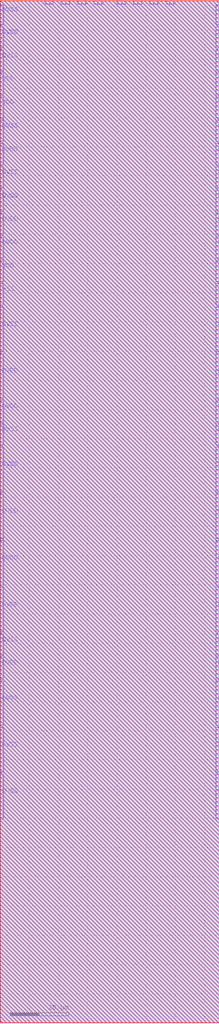
<source format=lef>
# Copyright 2022 GlobalFoundries PDK Authors
#
# Licensed under the Apache License, Version 2.0 (the "License");
# you may not use this file except in compliance with the License.
# You may obtain a copy of the License at
#
#     http://www.apache.org/licenses/LICENSE-2.0
#
# Unless required by applicable law or agreed to in writing, software
# distributed under the License is distributed on an "AS IS" BASIS,
# WITHOUT WARRANTIES OR CONDITIONS OF ANY KIND, either express or implied.
# See the License for the specific language governing permissions and
# limitations under the License.

MACRO gf180mcu_fd_io__asig_5p0
  CLASS PAD INOUT ;
  ORIGIN 0 0 ;
  FOREIGN gf180mcu_fd_io__asig_5p0 0 0 ;
  SIZE 75 BY 350 ;
  SYMMETRY X Y R90 ;
  SITE GF_IO_Site ;
  PIN ASIG5V
    DIRECTION INOUT ;
    USE SIGNAL ;
    PORT
        CLASS CORE ;
      LAYER Metal2 ;
        RECT 57.12 349 59.66 350 ;
        RECT 51.44 349 53.98 350 ;
        RECT 45.76 349 48.3 350 ;
        RECT 40.08 349 42.62 350 ;
        RECT 32.38 349 34.92 350 ;
        RECT 26.7 349 29.24 350 ;
        RECT 21.02 349 23.56 350 ;
        RECT 15.34 349 17.88 350 ;
    END
  END ASIG5V
  PIN DVDD
    DIRECTION INOUT ;
    USE POWER ;
    PORT
      LAYER Metal3 ;
        RECT 74 118 75 125 ;
    END
    PORT
      LAYER Metal3 ;
        RECT 74 182 75 197 ;
    END
    PORT
      LAYER Metal3 ;
        RECT 74 166 75 181 ;
    END
    PORT
      LAYER Metal3 ;
        RECT 74 150 75 165 ;
    END
    PORT
      LAYER Metal3 ;
        RECT 74 134 75 149 ;
    END
    PORT
      LAYER Metal3 ;
        RECT 74 214 75 229 ;
    END
    PORT
      LAYER Metal3 ;
        RECT 74 206 75 213 ;
    END
    PORT
      LAYER Metal3 ;
        RECT 74 278 75 285 ;
    END
    PORT
      LAYER Metal3 ;
        RECT 74 270 75 277 ;
    END
    PORT
      LAYER Metal3 ;
        RECT 74 262 75 269 ;
    END
    PORT
      LAYER Metal3 ;
        RECT 74 294 75 301 ;
    END
    PORT
      LAYER Metal3 ;
        RECT 74 334 75 341 ;
    END
    PORT
      LAYER Metal3 ;
        RECT 0 334 1 341 ;
    END
    PORT
      LAYER Metal3 ;
        RECT 0 294 1 301 ;
    END
    PORT
      LAYER Metal3 ;
        RECT 0 262 1 269 ;
    END
    PORT
      LAYER Metal3 ;
        RECT 0 270 1 277 ;
    END
    PORT
      LAYER Metal3 ;
        RECT 0 278 1 285 ;
    END
    PORT
      LAYER Metal3 ;
        RECT 0 206 1 213 ;
    END
    PORT
      LAYER Metal3 ;
        RECT 0 214 1 229 ;
    END
    PORT
      LAYER Metal3 ;
        RECT 0 134 1 149 ;
    END
    PORT
      LAYER Metal3 ;
        RECT 0 150 1 165 ;
    END
    PORT
      LAYER Metal3 ;
        RECT 0 166 1 181 ;
    END
    PORT
      LAYER Metal3 ;
        RECT 0 182 1 197 ;
    END
    PORT
      LAYER Metal3 ;
        RECT 0 118 1 125 ;
    END
  END DVDD
  PIN DVSS
    DIRECTION INOUT ;
    USE GROUND ;
    PORT
      LAYER Metal3 ;
        RECT 74 102 75 117 ;
    END
    PORT
      LAYER Metal3 ;
        RECT 74 86 75 101 ;
    END
    PORT
      LAYER Metal3 ;
        RECT 74 70 75 85 ;
    END
    PORT
      LAYER Metal3 ;
        RECT 74 126 75 133 ;
    END
    PORT
      LAYER Metal3 ;
        RECT 74 198 75 205 ;
    END
    PORT
      LAYER Metal3 ;
        RECT 74 230 75 245 ;
    END
    PORT
      LAYER Metal3 ;
        RECT 74 286 75 293 ;
    END
    PORT
      LAYER Metal3 ;
        RECT 74 302 75 309 ;
    END
    PORT
      LAYER Metal3 ;
        RECT 74 326 75 333 ;
    END
    PORT
      LAYER Metal3 ;
        RECT 74 342 75 348.39 ;
    END
    PORT
      LAYER Metal3 ;
        RECT 0 342 1 348.39 ;
    END
    PORT
      LAYER Metal3 ;
        RECT 0 326 1 333 ;
    END
    PORT
      LAYER Metal3 ;
        RECT 0 302 1 309 ;
    END
    PORT
      LAYER Metal3 ;
        RECT 0 286 1 293 ;
    END
    PORT
      LAYER Metal3 ;
        RECT 0 230 1 245 ;
    END
    PORT
      LAYER Metal3 ;
        RECT 0 198 1 205 ;
    END
    PORT
      LAYER Metal3 ;
        RECT 0 126 1 133 ;
    END
    PORT
      LAYER Metal3 ;
        RECT 0 70 1 85 ;
    END
    PORT
      LAYER Metal3 ;
        RECT 0 86 1 101 ;
    END
    PORT
      LAYER Metal3 ;
        RECT 0 102 1 117 ;
    END
  END DVSS
  PIN VDD
    DIRECTION INOUT ;
    USE POWER ;
    PORT
      LAYER Metal3 ;
        RECT 74 254 75 261 ;
    END
    PORT
      LAYER Metal3 ;
        RECT 74 310 75 317 ;
    END
    PORT
      LAYER Metal3 ;
        RECT 0 310 1 317 ;
    END
    PORT
      LAYER Metal3 ;
        RECT 0 254 1 261 ;
    END
  END VDD
  PIN VSS
    DIRECTION INOUT ;
    USE GROUND ;
    PORT
      LAYER Metal3 ;
        RECT 74 246 75 253 ;
    END
    PORT
      LAYER Metal3 ;
        RECT 74 318 75 325 ;
    END
    PORT
      LAYER Metal3 ;
        RECT 0 318 1 325 ;
    END
    PORT
      LAYER Metal3 ;
        RECT 0 246 1 253 ;
    END
  END VSS
  OBS
    LAYER Metal1 ;
      RECT 0 0 75 350 ;
    LAYER Metal2 ;
      POLYGON 75 350 59.94 350 59.94 348.72 56.84 348.72 56.84 350 54.26 350 54.26 348.72 51.16 348.72 51.16 350 48.58 350 48.58 348.72 45.48 348.72 45.48 350 42.9 350 42.9 348.72 39.8 348.72 39.8 350 35.2 350 35.2 348.72 32.1 348.72 32.1 350 29.52 350 29.52 348.72 26.42 348.72 26.42 350 23.84 350 23.84 348.72 20.74 348.72 20.74 350 18.16 350 18.16 348.72 15.06 348.72 15.06 350 0 350 0 0 75 0 ;
    LAYER Metal3 ;
      POLYGON 75 69.72 73.72 69.72 73.72 85.28 75 85.28 75 85.72 73.72 85.72 73.72 101.28 75 101.28 75 101.72 73.72 101.72 73.72 117.28 75 117.28 75 117.72 73.72 117.72 73.72 125.28 75 125.28 75 125.72 73.72 125.72 73.72 133.28 75 133.28 75 133.72 73.72 133.72 73.72 149.28 75 149.28 75 149.72 73.72 149.72 73.72 165.28 75 165.28 75 165.72 73.72 165.72 73.72 181.28 75 181.28 75 181.72 73.72 181.72 73.72 197.28 75 197.28 75 197.72 73.72 197.72 73.72 205.28 75 205.28 75 205.72 73.72 205.72 73.72 213.28 75 213.28 75 213.72 73.72 213.72 73.72 229.28 75 229.28 75 229.72 73.72 229.72 73.72 245.28 75 245.28 75 245.72 73.72 245.72 73.72 253.28 75 253.28 75 253.72 73.72 253.72 73.72 261.28 75 261.28 75 261.72 73.72 261.72 73.72 269.28 75 269.28 75 269.72 73.72 269.72 73.72 277.28 75 277.28 75 277.72 73.72 277.72 73.72 285.28 75 285.28 75 285.72 73.72 285.72 73.72 293.28 75 293.28 75 293.72 73.72 293.72 73.72 301.28 75 301.28 75 301.72 73.72 301.72 73.72 309.28 75 309.28 75 309.72 73.72 309.72 73.72 317.28 75 317.28 75 317.72 73.72 317.72 73.72 325.28 75 325.28 75 325.72 73.72 325.72 73.72 333.28 75 333.28 75 333.72 73.72 333.72 73.72 341.28 75 341.28 75 341.72 73.72 341.72 73.72 348.67 75 348.67 75 350 0 350 0 348.67 1.28 348.67 1.28 341.72 0 341.72 0 341.28 1.28 341.28 1.28 333.72 0 333.72 0 333.28 1.28 333.28 1.28 325.72 0 325.72 0 325.28 1.28 325.28 1.28 317.72 0 317.72 0 317.28 1.28 317.28 1.28 309.72 0 309.72 0 309.28 1.28 309.28 1.28 301.72 0 301.72 0 301.28 1.28 301.28 1.28 293.72 0 293.72 0 293.28 1.28 293.28 1.28 285.72 0 285.72 0 285.28 1.28 285.28 1.28 277.72 0 277.72 0 277.28 1.28 277.28 1.28 269.72 0 269.72 0 269.28 1.28 269.28 1.28 261.72 0 261.72 0 261.28 1.28 261.28 1.28 253.72 0 253.72 0 253.28 1.28 253.28 1.28 245.72 0 245.72 0 245.28 1.28 245.28 1.28 229.72 0 229.72 0 229.28 1.28 229.28 1.28 213.72 0 213.72 0 213.28 1.28 213.28 1.28 205.72 0 205.72 0 205.28 1.28 205.28 1.28 197.72 0 197.72 0 197.28 1.28 197.28 1.28 181.72 0 181.72 0 181.28 1.28 181.28 1.28 165.72 0 165.72 0 165.28 1.28 165.28 1.28 149.72 0 149.72 0 149.28 1.28 149.28 1.28 133.72 0 133.72 0 133.28 1.28 133.28 1.28 125.72 0 125.72 0 125.28 1.28 125.28 1.28 117.72 0 117.72 0 117.28 1.28 117.28 1.28 101.72 0 101.72 0 101.28 1.28 101.28 1.28 85.72 0 85.72 0 85.28 1.28 85.28 1.28 69.72 0 69.72 0 0 75 0 ;
    LAYER Via1 ;
      RECT 0 0 75 350 ;
    LAYER Via2 ;
      RECT 0 0 75 350 ;
  END

END gf180mcu_fd_io__asig_5p0

</source>
